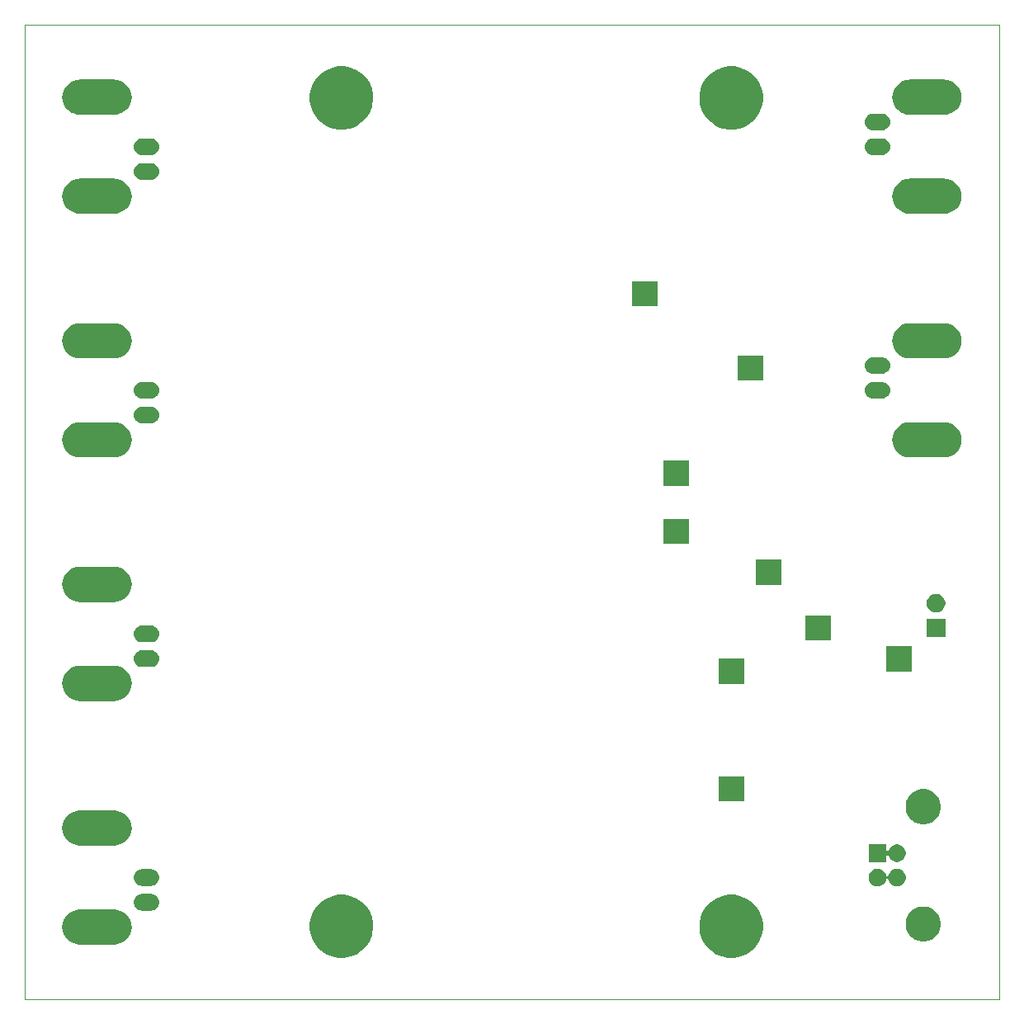
<source format=gbr>
%TF.GenerationSoftware,KiCad,Pcbnew,5.1.5*%
%TF.CreationDate,2020-04-14T20:04:17+02:00*%
%TF.ProjectId,daq_4ch_24bit,6461715f-3463-4685-9f32-346269742e6b,1.1.0*%
%TF.SameCoordinates,Original*%
%TF.FileFunction,Soldermask,Bot*%
%TF.FilePolarity,Negative*%
%FSLAX46Y46*%
G04 Gerber Fmt 4.6, Leading zero omitted, Abs format (unit mm)*
G04 Created by KiCad (PCBNEW 5.1.5) date 2020-04-14 20:04:17*
%MOMM*%
%LPD*%
G04 APERTURE LIST*
%ADD10C,0.050000*%
%ADD11C,0.100000*%
G04 APERTURE END LIST*
D10*
X150000000Y-57500000D02*
X150000000Y-157500000D01*
X50000000Y-157500000D02*
X50000000Y-57500000D01*
X50000000Y-157500000D02*
X150000000Y-157500000D01*
X50000000Y-57500000D02*
X150000000Y-57500000D01*
D11*
G36*
X123134239Y-146811467D02*
G01*
X123448282Y-146873934D01*
X124039926Y-147119001D01*
X124572392Y-147474784D01*
X125025216Y-147927608D01*
X125380999Y-148460074D01*
X125626066Y-149051718D01*
X125626066Y-149051719D01*
X125751000Y-149679803D01*
X125751000Y-150320197D01*
X125690750Y-150623092D01*
X125626066Y-150948282D01*
X125380999Y-151539926D01*
X125025216Y-152072392D01*
X124572392Y-152525216D01*
X124039926Y-152880999D01*
X123448282Y-153126066D01*
X123134239Y-153188533D01*
X122820197Y-153251000D01*
X122179803Y-153251000D01*
X121865761Y-153188533D01*
X121551718Y-153126066D01*
X120960074Y-152880999D01*
X120427608Y-152525216D01*
X119974784Y-152072392D01*
X119619001Y-151539926D01*
X119373934Y-150948282D01*
X119309250Y-150623092D01*
X119249000Y-150320197D01*
X119249000Y-149679803D01*
X119373934Y-149051719D01*
X119373934Y-149051718D01*
X119619001Y-148460074D01*
X119974784Y-147927608D01*
X120427608Y-147474784D01*
X120960074Y-147119001D01*
X121551718Y-146873934D01*
X121865761Y-146811467D01*
X122179803Y-146749000D01*
X122820197Y-146749000D01*
X123134239Y-146811467D01*
G37*
G36*
X83134239Y-146811467D02*
G01*
X83448282Y-146873934D01*
X84039926Y-147119001D01*
X84572392Y-147474784D01*
X85025216Y-147927608D01*
X85380999Y-148460074D01*
X85626066Y-149051718D01*
X85626066Y-149051719D01*
X85751000Y-149679803D01*
X85751000Y-150320197D01*
X85690750Y-150623092D01*
X85626066Y-150948282D01*
X85380999Y-151539926D01*
X85025216Y-152072392D01*
X84572392Y-152525216D01*
X84039926Y-152880999D01*
X83448282Y-153126066D01*
X83134239Y-153188533D01*
X82820197Y-153251000D01*
X82179803Y-153251000D01*
X81865761Y-153188533D01*
X81551718Y-153126066D01*
X80960074Y-152880999D01*
X80427608Y-152525216D01*
X79974784Y-152072392D01*
X79619001Y-151539926D01*
X79373934Y-150948282D01*
X79309250Y-150623092D01*
X79249000Y-150320197D01*
X79249000Y-149679803D01*
X79373934Y-149051719D01*
X79373934Y-149051718D01*
X79619001Y-148460074D01*
X79974784Y-147927608D01*
X80427608Y-147474784D01*
X80960074Y-147119001D01*
X81551718Y-146873934D01*
X81865761Y-146811467D01*
X82179803Y-146749000D01*
X82820197Y-146749000D01*
X83134239Y-146811467D01*
G37*
G36*
X59346669Y-148287686D02*
G01*
X59523058Y-148305059D01*
X59862548Y-148408042D01*
X59862550Y-148408043D01*
X60175422Y-148575277D01*
X60175424Y-148575278D01*
X60175423Y-148575278D01*
X60449661Y-148800339D01*
X60674722Y-149074577D01*
X60841958Y-149387452D01*
X60944941Y-149726942D01*
X60979714Y-150080000D01*
X60944941Y-150433058D01*
X60841958Y-150772548D01*
X60841957Y-150772550D01*
X60674723Y-151085422D01*
X60449661Y-151359661D01*
X60175422Y-151584723D01*
X59862550Y-151751957D01*
X59862548Y-151751958D01*
X59523058Y-151854941D01*
X59346669Y-151872314D01*
X59258476Y-151881000D01*
X55581524Y-151881000D01*
X55493331Y-151872314D01*
X55316942Y-151854941D01*
X54977452Y-151751958D01*
X54977450Y-151751957D01*
X54664578Y-151584723D01*
X54390339Y-151359661D01*
X54165277Y-151085422D01*
X53998043Y-150772550D01*
X53998042Y-150772548D01*
X53895059Y-150433058D01*
X53860286Y-150080000D01*
X53895059Y-149726942D01*
X53998042Y-149387452D01*
X54165278Y-149074577D01*
X54390339Y-148800339D01*
X54664577Y-148575278D01*
X54664576Y-148575278D01*
X54664578Y-148575277D01*
X54977450Y-148408043D01*
X54977452Y-148408042D01*
X55316942Y-148305059D01*
X55493331Y-148287686D01*
X55581524Y-148279000D01*
X59258476Y-148279000D01*
X59346669Y-148287686D01*
G37*
G36*
X142735331Y-148038211D02*
G01*
X143063092Y-148173974D01*
X143358070Y-148371072D01*
X143608928Y-148621930D01*
X143806026Y-148916908D01*
X143941789Y-149244669D01*
X144011000Y-149592616D01*
X144011000Y-149947384D01*
X143941789Y-150295331D01*
X143806026Y-150623092D01*
X143608928Y-150918070D01*
X143358070Y-151168928D01*
X143063092Y-151366026D01*
X142735331Y-151501789D01*
X142387384Y-151571000D01*
X142032616Y-151571000D01*
X141684669Y-151501789D01*
X141356908Y-151366026D01*
X141061930Y-151168928D01*
X140811072Y-150918070D01*
X140613974Y-150623092D01*
X140478211Y-150295331D01*
X140409000Y-149947384D01*
X140409000Y-149592616D01*
X140478211Y-149244669D01*
X140613974Y-148916908D01*
X140811072Y-148621930D01*
X141061930Y-148371072D01*
X141356908Y-148173974D01*
X141684669Y-148038211D01*
X142032616Y-147969000D01*
X142387384Y-147969000D01*
X142735331Y-148038211D01*
G37*
G36*
X63116823Y-146701313D02*
G01*
X63277242Y-146749976D01*
X63409906Y-146820886D01*
X63425078Y-146828996D01*
X63554659Y-146935341D01*
X63661004Y-147064922D01*
X63661005Y-147064924D01*
X63740024Y-147212758D01*
X63788687Y-147373177D01*
X63805117Y-147540000D01*
X63788687Y-147706823D01*
X63740024Y-147867242D01*
X63707757Y-147927609D01*
X63661004Y-148015078D01*
X63554659Y-148144659D01*
X63425078Y-148251004D01*
X63425076Y-148251005D01*
X63277242Y-148330024D01*
X63116823Y-148378687D01*
X62991804Y-148391000D01*
X62008196Y-148391000D01*
X61883177Y-148378687D01*
X61722758Y-148330024D01*
X61574924Y-148251005D01*
X61574922Y-148251004D01*
X61445341Y-148144659D01*
X61338996Y-148015078D01*
X61292243Y-147927609D01*
X61259976Y-147867242D01*
X61211313Y-147706823D01*
X61194883Y-147540000D01*
X61211313Y-147373177D01*
X61259976Y-147212758D01*
X61338995Y-147064924D01*
X61338996Y-147064922D01*
X61445341Y-146935341D01*
X61574922Y-146828996D01*
X61590094Y-146820886D01*
X61722758Y-146749976D01*
X61883177Y-146701313D01*
X62008196Y-146689000D01*
X62991804Y-146689000D01*
X63116823Y-146701313D01*
G37*
G36*
X137613512Y-144103927D02*
G01*
X137762812Y-144133624D01*
X137926784Y-144201544D01*
X138074354Y-144300147D01*
X138199853Y-144425646D01*
X138298456Y-144573216D01*
X138366376Y-144737188D01*
X138377405Y-144792638D01*
X138384516Y-144816078D01*
X138396067Y-144837689D01*
X138411613Y-144856631D01*
X138430555Y-144872176D01*
X138452165Y-144883727D01*
X138475614Y-144890840D01*
X138500000Y-144893242D01*
X138524387Y-144890840D01*
X138547835Y-144883727D01*
X138569446Y-144872176D01*
X138588388Y-144856630D01*
X138603933Y-144837688D01*
X138615484Y-144816078D01*
X138622595Y-144792638D01*
X138633624Y-144737188D01*
X138701544Y-144573216D01*
X138800147Y-144425646D01*
X138925646Y-144300147D01*
X139073216Y-144201544D01*
X139237188Y-144133624D01*
X139386488Y-144103927D01*
X139411258Y-144099000D01*
X139588742Y-144099000D01*
X139613512Y-144103927D01*
X139762812Y-144133624D01*
X139926784Y-144201544D01*
X140074354Y-144300147D01*
X140199853Y-144425646D01*
X140298456Y-144573216D01*
X140366376Y-144737188D01*
X140401000Y-144911259D01*
X140401000Y-145088741D01*
X140366376Y-145262812D01*
X140298456Y-145426784D01*
X140199853Y-145574354D01*
X140074354Y-145699853D01*
X139926784Y-145798456D01*
X139762812Y-145866376D01*
X139613512Y-145896073D01*
X139588742Y-145901000D01*
X139411258Y-145901000D01*
X139386488Y-145896073D01*
X139237188Y-145866376D01*
X139073216Y-145798456D01*
X138925646Y-145699853D01*
X138800147Y-145574354D01*
X138701544Y-145426784D01*
X138633624Y-145262812D01*
X138622595Y-145207362D01*
X138615484Y-145183922D01*
X138603933Y-145162311D01*
X138588387Y-145143369D01*
X138569445Y-145127824D01*
X138547835Y-145116273D01*
X138524386Y-145109160D01*
X138500000Y-145106758D01*
X138475613Y-145109160D01*
X138452165Y-145116273D01*
X138430554Y-145127824D01*
X138411612Y-145143370D01*
X138396067Y-145162312D01*
X138384516Y-145183922D01*
X138377405Y-145207362D01*
X138366376Y-145262812D01*
X138298456Y-145426784D01*
X138199853Y-145574354D01*
X138074354Y-145699853D01*
X137926784Y-145798456D01*
X137762812Y-145866376D01*
X137613512Y-145896073D01*
X137588742Y-145901000D01*
X137411258Y-145901000D01*
X137386488Y-145896073D01*
X137237188Y-145866376D01*
X137073216Y-145798456D01*
X136925646Y-145699853D01*
X136800147Y-145574354D01*
X136701544Y-145426784D01*
X136633624Y-145262812D01*
X136599000Y-145088741D01*
X136599000Y-144911259D01*
X136633624Y-144737188D01*
X136701544Y-144573216D01*
X136800147Y-144425646D01*
X136925646Y-144300147D01*
X137073216Y-144201544D01*
X137237188Y-144133624D01*
X137386488Y-144103927D01*
X137411258Y-144099000D01*
X137588742Y-144099000D01*
X137613512Y-144103927D01*
G37*
G36*
X63116823Y-144161313D02*
G01*
X63277242Y-144209976D01*
X63409906Y-144280886D01*
X63425078Y-144288996D01*
X63554659Y-144395341D01*
X63661004Y-144524922D01*
X63661005Y-144524924D01*
X63740024Y-144672758D01*
X63788687Y-144833177D01*
X63805117Y-145000000D01*
X63788687Y-145166823D01*
X63740024Y-145327242D01*
X63669114Y-145459906D01*
X63661004Y-145475078D01*
X63554659Y-145604659D01*
X63425078Y-145711004D01*
X63425076Y-145711005D01*
X63277242Y-145790024D01*
X63116823Y-145838687D01*
X62991804Y-145851000D01*
X62008196Y-145851000D01*
X61883177Y-145838687D01*
X61722758Y-145790024D01*
X61574924Y-145711005D01*
X61574922Y-145711004D01*
X61445341Y-145604659D01*
X61338996Y-145475078D01*
X61330886Y-145459906D01*
X61259976Y-145327242D01*
X61211313Y-145166823D01*
X61194883Y-145000000D01*
X61211313Y-144833177D01*
X61259976Y-144672758D01*
X61338995Y-144524924D01*
X61338996Y-144524922D01*
X61445341Y-144395341D01*
X61574922Y-144288996D01*
X61590094Y-144280886D01*
X61722758Y-144209976D01*
X61883177Y-144161313D01*
X62008196Y-144149000D01*
X62991804Y-144149000D01*
X63116823Y-144161313D01*
G37*
G36*
X138401000Y-142170383D02*
G01*
X138403402Y-142194769D01*
X138410515Y-142218218D01*
X138422066Y-142239829D01*
X138437611Y-142258771D01*
X138456553Y-142274316D01*
X138478164Y-142285867D01*
X138501613Y-142292980D01*
X138525999Y-142295382D01*
X138550385Y-142292980D01*
X138573834Y-142285867D01*
X138595445Y-142274316D01*
X138614387Y-142258771D01*
X138629932Y-142239829D01*
X138641477Y-142218229D01*
X138701544Y-142073216D01*
X138800147Y-141925646D01*
X138925646Y-141800147D01*
X139073216Y-141701544D01*
X139237188Y-141633624D01*
X139386488Y-141603927D01*
X139411258Y-141599000D01*
X139588742Y-141599000D01*
X139613512Y-141603927D01*
X139762812Y-141633624D01*
X139926784Y-141701544D01*
X140074354Y-141800147D01*
X140199853Y-141925646D01*
X140298456Y-142073216D01*
X140366376Y-142237188D01*
X140401000Y-142411259D01*
X140401000Y-142588741D01*
X140366376Y-142762812D01*
X140298456Y-142926784D01*
X140199853Y-143074354D01*
X140074354Y-143199853D01*
X139926784Y-143298456D01*
X139762812Y-143366376D01*
X139613512Y-143396073D01*
X139588742Y-143401000D01*
X139411258Y-143401000D01*
X139386488Y-143396073D01*
X139237188Y-143366376D01*
X139073216Y-143298456D01*
X138925646Y-143199853D01*
X138800147Y-143074354D01*
X138701544Y-142926784D01*
X138641477Y-142781771D01*
X138629932Y-142760171D01*
X138614387Y-142741229D01*
X138595445Y-142725684D01*
X138573834Y-142714133D01*
X138550385Y-142707020D01*
X138525999Y-142704618D01*
X138501613Y-142707020D01*
X138478164Y-142714133D01*
X138456553Y-142725684D01*
X138437611Y-142741229D01*
X138422066Y-142760171D01*
X138410515Y-142781782D01*
X138403402Y-142805231D01*
X138401000Y-142829617D01*
X138401000Y-143401000D01*
X136599000Y-143401000D01*
X136599000Y-141599000D01*
X138401000Y-141599000D01*
X138401000Y-142170383D01*
G37*
G36*
X59346669Y-138127686D02*
G01*
X59523058Y-138145059D01*
X59862548Y-138248042D01*
X59862550Y-138248043D01*
X60175422Y-138415277D01*
X60449661Y-138640339D01*
X60674722Y-138914577D01*
X60841958Y-139227452D01*
X60944941Y-139566942D01*
X60979714Y-139920000D01*
X60944941Y-140273058D01*
X60841958Y-140612548D01*
X60841957Y-140612550D01*
X60674723Y-140925422D01*
X60449661Y-141199661D01*
X60175422Y-141424723D01*
X59862550Y-141591957D01*
X59862548Y-141591958D01*
X59523058Y-141694941D01*
X59346669Y-141712314D01*
X59258476Y-141721000D01*
X55581524Y-141721000D01*
X55493331Y-141712314D01*
X55316942Y-141694941D01*
X54977452Y-141591958D01*
X54977450Y-141591957D01*
X54664578Y-141424723D01*
X54390339Y-141199661D01*
X54165277Y-140925422D01*
X53998043Y-140612550D01*
X53998042Y-140612548D01*
X53895059Y-140273058D01*
X53860286Y-139920000D01*
X53895059Y-139566942D01*
X53998042Y-139227452D01*
X54165278Y-138914577D01*
X54390339Y-138640339D01*
X54664578Y-138415277D01*
X54977450Y-138248043D01*
X54977452Y-138248042D01*
X55316942Y-138145059D01*
X55493331Y-138127686D01*
X55581524Y-138119000D01*
X59258476Y-138119000D01*
X59346669Y-138127686D01*
G37*
G36*
X142735331Y-135998211D02*
G01*
X143063092Y-136133974D01*
X143358070Y-136331072D01*
X143608928Y-136581930D01*
X143806026Y-136876908D01*
X143941789Y-137204669D01*
X144011000Y-137552616D01*
X144011000Y-137907384D01*
X143941789Y-138255331D01*
X143806026Y-138583092D01*
X143608928Y-138878070D01*
X143358070Y-139128928D01*
X143063092Y-139326026D01*
X142735331Y-139461789D01*
X142387384Y-139531000D01*
X142032616Y-139531000D01*
X141684669Y-139461789D01*
X141356908Y-139326026D01*
X141061930Y-139128928D01*
X140811072Y-138878070D01*
X140613974Y-138583092D01*
X140478211Y-138255331D01*
X140409000Y-137907384D01*
X140409000Y-137552616D01*
X140478211Y-137204669D01*
X140613974Y-136876908D01*
X140811072Y-136581930D01*
X141061930Y-136331072D01*
X141356908Y-136133974D01*
X141684669Y-135998211D01*
X142032616Y-135929000D01*
X142387384Y-135929000D01*
X142735331Y-135998211D01*
G37*
G36*
X123856000Y-137191000D02*
G01*
X121254000Y-137191000D01*
X121254000Y-134589000D01*
X123856000Y-134589000D01*
X123856000Y-137191000D01*
G37*
G36*
X59346669Y-123287686D02*
G01*
X59523058Y-123305059D01*
X59862548Y-123408042D01*
X59862550Y-123408043D01*
X60175422Y-123575277D01*
X60175424Y-123575278D01*
X60175423Y-123575278D01*
X60449661Y-123800339D01*
X60674722Y-124074577D01*
X60841958Y-124387452D01*
X60944941Y-124726942D01*
X60979714Y-125080000D01*
X60944941Y-125433058D01*
X60841958Y-125772548D01*
X60841957Y-125772550D01*
X60674723Y-126085422D01*
X60449661Y-126359661D01*
X60175422Y-126584723D01*
X59862550Y-126751957D01*
X59862548Y-126751958D01*
X59523058Y-126854941D01*
X59346669Y-126872314D01*
X59258476Y-126881000D01*
X55581524Y-126881000D01*
X55493331Y-126872314D01*
X55316942Y-126854941D01*
X54977452Y-126751958D01*
X54977450Y-126751957D01*
X54664578Y-126584723D01*
X54390339Y-126359661D01*
X54165277Y-126085422D01*
X53998043Y-125772550D01*
X53998042Y-125772548D01*
X53895059Y-125433058D01*
X53860286Y-125080000D01*
X53895059Y-124726942D01*
X53998042Y-124387452D01*
X54165278Y-124074577D01*
X54390339Y-123800339D01*
X54664577Y-123575278D01*
X54664576Y-123575278D01*
X54664578Y-123575277D01*
X54977450Y-123408043D01*
X54977452Y-123408042D01*
X55316942Y-123305059D01*
X55493331Y-123287686D01*
X55581524Y-123279000D01*
X59258476Y-123279000D01*
X59346669Y-123287686D01*
G37*
G36*
X123856000Y-125126000D02*
G01*
X121254000Y-125126000D01*
X121254000Y-122524000D01*
X123856000Y-122524000D01*
X123856000Y-125126000D01*
G37*
G36*
X141001000Y-123856000D02*
G01*
X138399000Y-123856000D01*
X138399000Y-121254000D01*
X141001000Y-121254000D01*
X141001000Y-123856000D01*
G37*
G36*
X63116823Y-121701313D02*
G01*
X63277242Y-121749976D01*
X63409906Y-121820886D01*
X63425078Y-121828996D01*
X63554659Y-121935341D01*
X63661004Y-122064922D01*
X63661005Y-122064924D01*
X63740024Y-122212758D01*
X63788687Y-122373177D01*
X63805117Y-122540000D01*
X63788687Y-122706823D01*
X63740024Y-122867242D01*
X63669114Y-122999906D01*
X63661004Y-123015078D01*
X63554659Y-123144659D01*
X63425078Y-123251004D01*
X63425076Y-123251005D01*
X63277242Y-123330024D01*
X63116823Y-123378687D01*
X62991804Y-123391000D01*
X62008196Y-123391000D01*
X61883177Y-123378687D01*
X61722758Y-123330024D01*
X61574924Y-123251005D01*
X61574922Y-123251004D01*
X61445341Y-123144659D01*
X61338996Y-123015078D01*
X61330886Y-122999906D01*
X61259976Y-122867242D01*
X61211313Y-122706823D01*
X61194883Y-122540000D01*
X61211313Y-122373177D01*
X61259976Y-122212758D01*
X61338995Y-122064924D01*
X61338996Y-122064922D01*
X61445341Y-121935341D01*
X61574922Y-121828996D01*
X61590094Y-121820886D01*
X61722758Y-121749976D01*
X61883177Y-121701313D01*
X62008196Y-121689000D01*
X62991804Y-121689000D01*
X63116823Y-121701313D01*
G37*
G36*
X63116823Y-119161313D02*
G01*
X63277242Y-119209976D01*
X63409906Y-119280886D01*
X63425078Y-119288996D01*
X63554659Y-119395341D01*
X63661004Y-119524922D01*
X63661005Y-119524924D01*
X63740024Y-119672758D01*
X63788687Y-119833177D01*
X63805117Y-120000000D01*
X63788687Y-120166823D01*
X63740024Y-120327242D01*
X63738015Y-120331000D01*
X63661004Y-120475078D01*
X63554659Y-120604659D01*
X63425078Y-120711004D01*
X63425076Y-120711005D01*
X63277242Y-120790024D01*
X63116823Y-120838687D01*
X62991804Y-120851000D01*
X62008196Y-120851000D01*
X61883177Y-120838687D01*
X61722758Y-120790024D01*
X61574924Y-120711005D01*
X61574922Y-120711004D01*
X61445341Y-120604659D01*
X61338996Y-120475078D01*
X61261985Y-120331000D01*
X61259976Y-120327242D01*
X61211313Y-120166823D01*
X61194883Y-120000000D01*
X61211313Y-119833177D01*
X61259976Y-119672758D01*
X61338995Y-119524924D01*
X61338996Y-119524922D01*
X61445341Y-119395341D01*
X61574922Y-119288996D01*
X61590094Y-119280886D01*
X61722758Y-119209976D01*
X61883177Y-119161313D01*
X62008196Y-119149000D01*
X62991804Y-119149000D01*
X63116823Y-119161313D01*
G37*
G36*
X132746000Y-120681000D02*
G01*
X130144000Y-120681000D01*
X130144000Y-118079000D01*
X132746000Y-118079000D01*
X132746000Y-120681000D01*
G37*
G36*
X144461000Y-120331000D02*
G01*
X142559000Y-120331000D01*
X142559000Y-118429000D01*
X144461000Y-118429000D01*
X144461000Y-120331000D01*
G37*
G36*
X143787395Y-115925546D02*
G01*
X143960466Y-115997234D01*
X143960467Y-115997235D01*
X144116227Y-116101310D01*
X144248690Y-116233773D01*
X144248691Y-116233775D01*
X144352766Y-116389534D01*
X144424454Y-116562605D01*
X144461000Y-116746333D01*
X144461000Y-116933667D01*
X144424454Y-117117395D01*
X144352766Y-117290466D01*
X144352765Y-117290467D01*
X144248690Y-117446227D01*
X144116227Y-117578690D01*
X144037818Y-117631081D01*
X143960466Y-117682766D01*
X143787395Y-117754454D01*
X143603667Y-117791000D01*
X143416333Y-117791000D01*
X143232605Y-117754454D01*
X143059534Y-117682766D01*
X142982182Y-117631081D01*
X142903773Y-117578690D01*
X142771310Y-117446227D01*
X142667235Y-117290467D01*
X142667234Y-117290466D01*
X142595546Y-117117395D01*
X142559000Y-116933667D01*
X142559000Y-116746333D01*
X142595546Y-116562605D01*
X142667234Y-116389534D01*
X142771309Y-116233775D01*
X142771310Y-116233773D01*
X142903773Y-116101310D01*
X143059533Y-115997235D01*
X143059534Y-115997234D01*
X143232605Y-115925546D01*
X143416333Y-115889000D01*
X143603667Y-115889000D01*
X143787395Y-115925546D01*
G37*
G36*
X59346669Y-113127686D02*
G01*
X59523058Y-113145059D01*
X59862548Y-113248042D01*
X59862550Y-113248043D01*
X60175422Y-113415277D01*
X60175424Y-113415278D01*
X60175423Y-113415278D01*
X60449661Y-113640339D01*
X60674722Y-113914577D01*
X60841958Y-114227452D01*
X60944941Y-114566942D01*
X60979714Y-114920000D01*
X60944941Y-115273058D01*
X60841958Y-115612548D01*
X60841957Y-115612550D01*
X60674723Y-115925422D01*
X60449661Y-116199661D01*
X60175422Y-116424723D01*
X59862550Y-116591957D01*
X59862548Y-116591958D01*
X59523058Y-116694941D01*
X59346669Y-116712314D01*
X59258476Y-116721000D01*
X55581524Y-116721000D01*
X55493331Y-116712314D01*
X55316942Y-116694941D01*
X54977452Y-116591958D01*
X54977450Y-116591957D01*
X54664578Y-116424723D01*
X54390339Y-116199661D01*
X54165277Y-115925422D01*
X53998043Y-115612550D01*
X53998042Y-115612548D01*
X53895059Y-115273058D01*
X53860286Y-114920000D01*
X53895059Y-114566942D01*
X53998042Y-114227452D01*
X54165278Y-113914577D01*
X54390339Y-113640339D01*
X54664577Y-113415278D01*
X54664576Y-113415278D01*
X54664578Y-113415277D01*
X54977450Y-113248043D01*
X54977452Y-113248042D01*
X55316942Y-113145059D01*
X55493331Y-113127686D01*
X55581524Y-113119000D01*
X59258476Y-113119000D01*
X59346669Y-113127686D01*
G37*
G36*
X127666000Y-114966000D02*
G01*
X125064000Y-114966000D01*
X125064000Y-112364000D01*
X127666000Y-112364000D01*
X127666000Y-114966000D01*
G37*
G36*
X118141000Y-110775000D02*
G01*
X115539000Y-110775000D01*
X115539000Y-108173000D01*
X118141000Y-108173000D01*
X118141000Y-110775000D01*
G37*
G36*
X118141000Y-104806000D02*
G01*
X115539000Y-104806000D01*
X115539000Y-102204000D01*
X118141000Y-102204000D01*
X118141000Y-104806000D01*
G37*
G36*
X144506669Y-98287686D02*
G01*
X144683058Y-98305059D01*
X145022548Y-98408042D01*
X145022550Y-98408043D01*
X145335422Y-98575277D01*
X145335424Y-98575278D01*
X145335423Y-98575278D01*
X145609661Y-98800339D01*
X145834722Y-99074577D01*
X146001958Y-99387452D01*
X146104941Y-99726942D01*
X146139714Y-100080000D01*
X146104941Y-100433058D01*
X146001958Y-100772548D01*
X146001957Y-100772550D01*
X145834723Y-101085422D01*
X145609661Y-101359661D01*
X145335422Y-101584723D01*
X145022550Y-101751957D01*
X145022548Y-101751958D01*
X144683058Y-101854941D01*
X144506669Y-101872314D01*
X144418476Y-101881000D01*
X140741524Y-101881000D01*
X140653331Y-101872314D01*
X140476942Y-101854941D01*
X140137452Y-101751958D01*
X140137450Y-101751957D01*
X139824578Y-101584723D01*
X139550339Y-101359661D01*
X139325277Y-101085422D01*
X139158043Y-100772550D01*
X139158042Y-100772548D01*
X139055059Y-100433058D01*
X139020286Y-100080000D01*
X139055059Y-99726942D01*
X139158042Y-99387452D01*
X139325278Y-99074577D01*
X139550339Y-98800339D01*
X139824577Y-98575278D01*
X139824576Y-98575278D01*
X139824578Y-98575277D01*
X140137450Y-98408043D01*
X140137452Y-98408042D01*
X140476942Y-98305059D01*
X140653331Y-98287686D01*
X140741524Y-98279000D01*
X144418476Y-98279000D01*
X144506669Y-98287686D01*
G37*
G36*
X59346669Y-98287686D02*
G01*
X59523058Y-98305059D01*
X59862548Y-98408042D01*
X59862550Y-98408043D01*
X60175422Y-98575277D01*
X60175424Y-98575278D01*
X60175423Y-98575278D01*
X60449661Y-98800339D01*
X60674722Y-99074577D01*
X60841958Y-99387452D01*
X60944941Y-99726942D01*
X60979714Y-100080000D01*
X60944941Y-100433058D01*
X60841958Y-100772548D01*
X60841957Y-100772550D01*
X60674723Y-101085422D01*
X60449661Y-101359661D01*
X60175422Y-101584723D01*
X59862550Y-101751957D01*
X59862548Y-101751958D01*
X59523058Y-101854941D01*
X59346669Y-101872314D01*
X59258476Y-101881000D01*
X55581524Y-101881000D01*
X55493331Y-101872314D01*
X55316942Y-101854941D01*
X54977452Y-101751958D01*
X54977450Y-101751957D01*
X54664578Y-101584723D01*
X54390339Y-101359661D01*
X54165277Y-101085422D01*
X53998043Y-100772550D01*
X53998042Y-100772548D01*
X53895059Y-100433058D01*
X53860286Y-100080000D01*
X53895059Y-99726942D01*
X53998042Y-99387452D01*
X54165278Y-99074577D01*
X54390339Y-98800339D01*
X54664577Y-98575278D01*
X54664576Y-98575278D01*
X54664578Y-98575277D01*
X54977450Y-98408043D01*
X54977452Y-98408042D01*
X55316942Y-98305059D01*
X55493331Y-98287686D01*
X55581524Y-98279000D01*
X59258476Y-98279000D01*
X59346669Y-98287686D01*
G37*
G36*
X63116823Y-96701313D02*
G01*
X63277242Y-96749976D01*
X63409906Y-96820886D01*
X63425078Y-96828996D01*
X63554659Y-96935341D01*
X63661004Y-97064922D01*
X63661005Y-97064924D01*
X63740024Y-97212758D01*
X63788687Y-97373177D01*
X63805117Y-97540000D01*
X63788687Y-97706823D01*
X63740024Y-97867242D01*
X63669114Y-97999906D01*
X63661004Y-98015078D01*
X63554659Y-98144659D01*
X63425078Y-98251004D01*
X63425076Y-98251005D01*
X63277242Y-98330024D01*
X63116823Y-98378687D01*
X62991804Y-98391000D01*
X62008196Y-98391000D01*
X61883177Y-98378687D01*
X61722758Y-98330024D01*
X61574924Y-98251005D01*
X61574922Y-98251004D01*
X61445341Y-98144659D01*
X61338996Y-98015078D01*
X61330886Y-97999906D01*
X61259976Y-97867242D01*
X61211313Y-97706823D01*
X61194883Y-97540000D01*
X61211313Y-97373177D01*
X61259976Y-97212758D01*
X61338995Y-97064924D01*
X61338996Y-97064922D01*
X61445341Y-96935341D01*
X61574922Y-96828996D01*
X61590094Y-96820886D01*
X61722758Y-96749976D01*
X61883177Y-96701313D01*
X62008196Y-96689000D01*
X62991804Y-96689000D01*
X63116823Y-96701313D01*
G37*
G36*
X63116823Y-94161313D02*
G01*
X63277242Y-94209976D01*
X63409906Y-94280886D01*
X63425078Y-94288996D01*
X63554659Y-94395341D01*
X63661004Y-94524922D01*
X63661005Y-94524924D01*
X63740024Y-94672758D01*
X63788687Y-94833177D01*
X63805117Y-95000000D01*
X63788687Y-95166823D01*
X63740024Y-95327242D01*
X63669114Y-95459906D01*
X63661004Y-95475078D01*
X63554659Y-95604659D01*
X63425078Y-95711004D01*
X63425076Y-95711005D01*
X63277242Y-95790024D01*
X63116823Y-95838687D01*
X62991804Y-95851000D01*
X62008196Y-95851000D01*
X61883177Y-95838687D01*
X61722758Y-95790024D01*
X61574924Y-95711005D01*
X61574922Y-95711004D01*
X61445341Y-95604659D01*
X61338996Y-95475078D01*
X61330886Y-95459906D01*
X61259976Y-95327242D01*
X61211313Y-95166823D01*
X61194883Y-95000000D01*
X61211313Y-94833177D01*
X61259976Y-94672758D01*
X61338995Y-94524924D01*
X61338996Y-94524922D01*
X61445341Y-94395341D01*
X61574922Y-94288996D01*
X61590094Y-94280886D01*
X61722758Y-94209976D01*
X61883177Y-94161313D01*
X62008196Y-94149000D01*
X62991804Y-94149000D01*
X63116823Y-94161313D01*
G37*
G36*
X138116823Y-94161313D02*
G01*
X138277242Y-94209976D01*
X138409906Y-94280886D01*
X138425078Y-94288996D01*
X138554659Y-94395341D01*
X138661004Y-94524922D01*
X138661005Y-94524924D01*
X138740024Y-94672758D01*
X138788687Y-94833177D01*
X138805117Y-95000000D01*
X138788687Y-95166823D01*
X138740024Y-95327242D01*
X138669114Y-95459906D01*
X138661004Y-95475078D01*
X138554659Y-95604659D01*
X138425078Y-95711004D01*
X138425076Y-95711005D01*
X138277242Y-95790024D01*
X138116823Y-95838687D01*
X137991804Y-95851000D01*
X137008196Y-95851000D01*
X136883177Y-95838687D01*
X136722758Y-95790024D01*
X136574924Y-95711005D01*
X136574922Y-95711004D01*
X136445341Y-95604659D01*
X136338996Y-95475078D01*
X136330886Y-95459906D01*
X136259976Y-95327242D01*
X136211313Y-95166823D01*
X136194883Y-95000000D01*
X136211313Y-94833177D01*
X136259976Y-94672758D01*
X136338995Y-94524924D01*
X136338996Y-94524922D01*
X136445341Y-94395341D01*
X136574922Y-94288996D01*
X136590094Y-94280886D01*
X136722758Y-94209976D01*
X136883177Y-94161313D01*
X137008196Y-94149000D01*
X137991804Y-94149000D01*
X138116823Y-94161313D01*
G37*
G36*
X125761000Y-94011000D02*
G01*
X123159000Y-94011000D01*
X123159000Y-91409000D01*
X125761000Y-91409000D01*
X125761000Y-94011000D01*
G37*
G36*
X138116823Y-91621313D02*
G01*
X138277242Y-91669976D01*
X138372701Y-91721000D01*
X138425078Y-91748996D01*
X138554659Y-91855341D01*
X138661004Y-91984922D01*
X138661005Y-91984924D01*
X138740024Y-92132758D01*
X138788687Y-92293177D01*
X138805117Y-92460000D01*
X138788687Y-92626823D01*
X138740024Y-92787242D01*
X138669114Y-92919906D01*
X138661004Y-92935078D01*
X138554659Y-93064659D01*
X138425078Y-93171004D01*
X138425076Y-93171005D01*
X138277242Y-93250024D01*
X138116823Y-93298687D01*
X137991804Y-93311000D01*
X137008196Y-93311000D01*
X136883177Y-93298687D01*
X136722758Y-93250024D01*
X136574924Y-93171005D01*
X136574922Y-93171004D01*
X136445341Y-93064659D01*
X136338996Y-92935078D01*
X136330886Y-92919906D01*
X136259976Y-92787242D01*
X136211313Y-92626823D01*
X136194883Y-92460000D01*
X136211313Y-92293177D01*
X136259976Y-92132758D01*
X136338995Y-91984924D01*
X136338996Y-91984922D01*
X136445341Y-91855341D01*
X136574922Y-91748996D01*
X136627299Y-91721000D01*
X136722758Y-91669976D01*
X136883177Y-91621313D01*
X137008196Y-91609000D01*
X137991804Y-91609000D01*
X138116823Y-91621313D01*
G37*
G36*
X59346669Y-88127686D02*
G01*
X59523058Y-88145059D01*
X59862548Y-88248042D01*
X59862550Y-88248043D01*
X60175422Y-88415277D01*
X60175424Y-88415278D01*
X60175423Y-88415278D01*
X60449661Y-88640339D01*
X60674722Y-88914577D01*
X60841958Y-89227452D01*
X60944941Y-89566942D01*
X60979714Y-89920000D01*
X60944941Y-90273058D01*
X60841958Y-90612548D01*
X60841957Y-90612550D01*
X60674723Y-90925422D01*
X60449661Y-91199661D01*
X60175422Y-91424723D01*
X59862550Y-91591957D01*
X59862548Y-91591958D01*
X59523058Y-91694941D01*
X59346669Y-91712314D01*
X59258476Y-91721000D01*
X55581524Y-91721000D01*
X55493331Y-91712314D01*
X55316942Y-91694941D01*
X54977452Y-91591958D01*
X54977450Y-91591957D01*
X54664578Y-91424723D01*
X54390339Y-91199661D01*
X54165277Y-90925422D01*
X53998043Y-90612550D01*
X53998042Y-90612548D01*
X53895059Y-90273058D01*
X53860286Y-89920000D01*
X53895059Y-89566942D01*
X53998042Y-89227452D01*
X54165278Y-88914577D01*
X54390339Y-88640339D01*
X54664577Y-88415278D01*
X54664576Y-88415278D01*
X54664578Y-88415277D01*
X54977450Y-88248043D01*
X54977452Y-88248042D01*
X55316942Y-88145059D01*
X55493331Y-88127686D01*
X55581524Y-88119000D01*
X59258476Y-88119000D01*
X59346669Y-88127686D01*
G37*
G36*
X144506669Y-88127686D02*
G01*
X144683058Y-88145059D01*
X145022548Y-88248042D01*
X145022550Y-88248043D01*
X145335422Y-88415277D01*
X145335424Y-88415278D01*
X145335423Y-88415278D01*
X145609661Y-88640339D01*
X145834722Y-88914577D01*
X146001958Y-89227452D01*
X146104941Y-89566942D01*
X146139714Y-89920000D01*
X146104941Y-90273058D01*
X146001958Y-90612548D01*
X146001957Y-90612550D01*
X145834723Y-90925422D01*
X145609661Y-91199661D01*
X145335422Y-91424723D01*
X145022550Y-91591957D01*
X145022548Y-91591958D01*
X144683058Y-91694941D01*
X144506669Y-91712314D01*
X144418476Y-91721000D01*
X140741524Y-91721000D01*
X140653331Y-91712314D01*
X140476942Y-91694941D01*
X140137452Y-91591958D01*
X140137450Y-91591957D01*
X139824578Y-91424723D01*
X139550339Y-91199661D01*
X139325277Y-90925422D01*
X139158043Y-90612550D01*
X139158042Y-90612548D01*
X139055059Y-90273058D01*
X139020286Y-89920000D01*
X139055059Y-89566942D01*
X139158042Y-89227452D01*
X139325278Y-88914577D01*
X139550339Y-88640339D01*
X139824577Y-88415278D01*
X139824576Y-88415278D01*
X139824578Y-88415277D01*
X140137450Y-88248043D01*
X140137452Y-88248042D01*
X140476942Y-88145059D01*
X140653331Y-88127686D01*
X140741524Y-88119000D01*
X144418476Y-88119000D01*
X144506669Y-88127686D01*
G37*
G36*
X114966000Y-86391000D02*
G01*
X112364000Y-86391000D01*
X112364000Y-83789000D01*
X114966000Y-83789000D01*
X114966000Y-86391000D01*
G37*
G36*
X144506669Y-73287686D02*
G01*
X144683058Y-73305059D01*
X145022548Y-73408042D01*
X145022550Y-73408043D01*
X145335422Y-73575277D01*
X145335424Y-73575278D01*
X145335423Y-73575278D01*
X145609661Y-73800339D01*
X145834722Y-74074577D01*
X146001958Y-74387452D01*
X146104941Y-74726942D01*
X146139714Y-75080000D01*
X146104941Y-75433058D01*
X146001958Y-75772548D01*
X146001957Y-75772550D01*
X145834723Y-76085422D01*
X145609661Y-76359661D01*
X145335422Y-76584723D01*
X145022550Y-76751957D01*
X145022548Y-76751958D01*
X144683058Y-76854941D01*
X144506669Y-76872314D01*
X144418476Y-76881000D01*
X140741524Y-76881000D01*
X140653331Y-76872314D01*
X140476942Y-76854941D01*
X140137452Y-76751958D01*
X140137450Y-76751957D01*
X139824578Y-76584723D01*
X139550339Y-76359661D01*
X139325277Y-76085422D01*
X139158043Y-75772550D01*
X139158042Y-75772548D01*
X139055059Y-75433058D01*
X139020286Y-75080000D01*
X139055059Y-74726942D01*
X139158042Y-74387452D01*
X139325278Y-74074577D01*
X139550339Y-73800339D01*
X139824577Y-73575278D01*
X139824576Y-73575278D01*
X139824578Y-73575277D01*
X140137450Y-73408043D01*
X140137452Y-73408042D01*
X140476942Y-73305059D01*
X140653331Y-73287686D01*
X140741524Y-73279000D01*
X144418476Y-73279000D01*
X144506669Y-73287686D01*
G37*
G36*
X59346669Y-73287686D02*
G01*
X59523058Y-73305059D01*
X59862548Y-73408042D01*
X59862550Y-73408043D01*
X60175422Y-73575277D01*
X60175424Y-73575278D01*
X60175423Y-73575278D01*
X60449661Y-73800339D01*
X60674722Y-74074577D01*
X60841958Y-74387452D01*
X60944941Y-74726942D01*
X60979714Y-75080000D01*
X60944941Y-75433058D01*
X60841958Y-75772548D01*
X60841957Y-75772550D01*
X60674723Y-76085422D01*
X60449661Y-76359661D01*
X60175422Y-76584723D01*
X59862550Y-76751957D01*
X59862548Y-76751958D01*
X59523058Y-76854941D01*
X59346669Y-76872314D01*
X59258476Y-76881000D01*
X55581524Y-76881000D01*
X55493331Y-76872314D01*
X55316942Y-76854941D01*
X54977452Y-76751958D01*
X54977450Y-76751957D01*
X54664578Y-76584723D01*
X54390339Y-76359661D01*
X54165277Y-76085422D01*
X53998043Y-75772550D01*
X53998042Y-75772548D01*
X53895059Y-75433058D01*
X53860286Y-75080000D01*
X53895059Y-74726942D01*
X53998042Y-74387452D01*
X54165278Y-74074577D01*
X54390339Y-73800339D01*
X54664577Y-73575278D01*
X54664576Y-73575278D01*
X54664578Y-73575277D01*
X54977450Y-73408043D01*
X54977452Y-73408042D01*
X55316942Y-73305059D01*
X55493331Y-73287686D01*
X55581524Y-73279000D01*
X59258476Y-73279000D01*
X59346669Y-73287686D01*
G37*
G36*
X63116823Y-71701313D02*
G01*
X63277242Y-71749976D01*
X63409906Y-71820886D01*
X63425078Y-71828996D01*
X63554659Y-71935341D01*
X63661004Y-72064922D01*
X63661005Y-72064924D01*
X63740024Y-72212758D01*
X63788687Y-72373177D01*
X63805117Y-72540000D01*
X63788687Y-72706823D01*
X63740024Y-72867242D01*
X63669114Y-72999906D01*
X63661004Y-73015078D01*
X63554659Y-73144659D01*
X63425078Y-73251004D01*
X63425076Y-73251005D01*
X63277242Y-73330024D01*
X63116823Y-73378687D01*
X62991804Y-73391000D01*
X62008196Y-73391000D01*
X61883177Y-73378687D01*
X61722758Y-73330024D01*
X61574924Y-73251005D01*
X61574922Y-73251004D01*
X61445341Y-73144659D01*
X61338996Y-73015078D01*
X61330886Y-72999906D01*
X61259976Y-72867242D01*
X61211313Y-72706823D01*
X61194883Y-72540000D01*
X61211313Y-72373177D01*
X61259976Y-72212758D01*
X61338995Y-72064924D01*
X61338996Y-72064922D01*
X61445341Y-71935341D01*
X61574922Y-71828996D01*
X61590094Y-71820886D01*
X61722758Y-71749976D01*
X61883177Y-71701313D01*
X62008196Y-71689000D01*
X62991804Y-71689000D01*
X63116823Y-71701313D01*
G37*
G36*
X63116823Y-69161313D02*
G01*
X63277242Y-69209976D01*
X63409906Y-69280886D01*
X63425078Y-69288996D01*
X63554659Y-69395341D01*
X63661004Y-69524922D01*
X63661005Y-69524924D01*
X63740024Y-69672758D01*
X63788687Y-69833177D01*
X63805117Y-70000000D01*
X63788687Y-70166823D01*
X63740024Y-70327242D01*
X63669114Y-70459906D01*
X63661004Y-70475078D01*
X63554659Y-70604659D01*
X63425078Y-70711004D01*
X63425076Y-70711005D01*
X63277242Y-70790024D01*
X63116823Y-70838687D01*
X62991804Y-70851000D01*
X62008196Y-70851000D01*
X61883177Y-70838687D01*
X61722758Y-70790024D01*
X61574924Y-70711005D01*
X61574922Y-70711004D01*
X61445341Y-70604659D01*
X61338996Y-70475078D01*
X61330886Y-70459906D01*
X61259976Y-70327242D01*
X61211313Y-70166823D01*
X61194883Y-70000000D01*
X61211313Y-69833177D01*
X61259976Y-69672758D01*
X61338995Y-69524924D01*
X61338996Y-69524922D01*
X61445341Y-69395341D01*
X61574922Y-69288996D01*
X61590094Y-69280886D01*
X61722758Y-69209976D01*
X61883177Y-69161313D01*
X62008196Y-69149000D01*
X62991804Y-69149000D01*
X63116823Y-69161313D01*
G37*
G36*
X138116823Y-69161313D02*
G01*
X138277242Y-69209976D01*
X138409906Y-69280886D01*
X138425078Y-69288996D01*
X138554659Y-69395341D01*
X138661004Y-69524922D01*
X138661005Y-69524924D01*
X138740024Y-69672758D01*
X138788687Y-69833177D01*
X138805117Y-70000000D01*
X138788687Y-70166823D01*
X138740024Y-70327242D01*
X138669114Y-70459906D01*
X138661004Y-70475078D01*
X138554659Y-70604659D01*
X138425078Y-70711004D01*
X138425076Y-70711005D01*
X138277242Y-70790024D01*
X138116823Y-70838687D01*
X137991804Y-70851000D01*
X137008196Y-70851000D01*
X136883177Y-70838687D01*
X136722758Y-70790024D01*
X136574924Y-70711005D01*
X136574922Y-70711004D01*
X136445341Y-70604659D01*
X136338996Y-70475078D01*
X136330886Y-70459906D01*
X136259976Y-70327242D01*
X136211313Y-70166823D01*
X136194883Y-70000000D01*
X136211313Y-69833177D01*
X136259976Y-69672758D01*
X136338995Y-69524924D01*
X136338996Y-69524922D01*
X136445341Y-69395341D01*
X136574922Y-69288996D01*
X136590094Y-69280886D01*
X136722758Y-69209976D01*
X136883177Y-69161313D01*
X137008196Y-69149000D01*
X137991804Y-69149000D01*
X138116823Y-69161313D01*
G37*
G36*
X138116823Y-66621313D02*
G01*
X138277242Y-66669976D01*
X138372701Y-66721000D01*
X138425078Y-66748996D01*
X138554659Y-66855341D01*
X138661004Y-66984922D01*
X138661005Y-66984924D01*
X138740024Y-67132758D01*
X138788687Y-67293177D01*
X138805117Y-67460000D01*
X138788687Y-67626823D01*
X138740024Y-67787242D01*
X138689910Y-67880999D01*
X138661004Y-67935078D01*
X138554659Y-68064659D01*
X138425078Y-68171004D01*
X138425076Y-68171005D01*
X138277242Y-68250024D01*
X138116823Y-68298687D01*
X137991804Y-68311000D01*
X137008196Y-68311000D01*
X136883177Y-68298687D01*
X136722758Y-68250024D01*
X136574924Y-68171005D01*
X136574922Y-68171004D01*
X136445341Y-68064659D01*
X136338996Y-67935078D01*
X136310090Y-67880999D01*
X136259976Y-67787242D01*
X136211313Y-67626823D01*
X136194883Y-67460000D01*
X136211313Y-67293177D01*
X136259976Y-67132758D01*
X136338995Y-66984924D01*
X136338996Y-66984922D01*
X136445341Y-66855341D01*
X136574922Y-66748996D01*
X136627299Y-66721000D01*
X136722758Y-66669976D01*
X136883177Y-66621313D01*
X137008196Y-66609000D01*
X137991804Y-66609000D01*
X138116823Y-66621313D01*
G37*
G36*
X123134239Y-61811467D02*
G01*
X123448282Y-61873934D01*
X124039926Y-62119001D01*
X124572392Y-62474784D01*
X125025216Y-62927608D01*
X125380999Y-63460074D01*
X125626066Y-64051718D01*
X125626066Y-64051719D01*
X125751000Y-64679803D01*
X125751000Y-65320197D01*
X125692848Y-65612548D01*
X125626066Y-65948282D01*
X125380999Y-66539926D01*
X125025216Y-67072392D01*
X124572392Y-67525216D01*
X124039926Y-67880999D01*
X123448282Y-68126066D01*
X123222363Y-68171004D01*
X122820197Y-68251000D01*
X122179803Y-68251000D01*
X121777637Y-68171004D01*
X121551718Y-68126066D01*
X120960074Y-67880999D01*
X120427608Y-67525216D01*
X119974784Y-67072392D01*
X119619001Y-66539926D01*
X119373934Y-65948282D01*
X119307152Y-65612548D01*
X119249000Y-65320197D01*
X119249000Y-64679803D01*
X119373934Y-64051719D01*
X119373934Y-64051718D01*
X119619001Y-63460074D01*
X119974784Y-62927608D01*
X120427608Y-62474784D01*
X120960074Y-62119001D01*
X121551718Y-61873934D01*
X121865761Y-61811467D01*
X122179803Y-61749000D01*
X122820197Y-61749000D01*
X123134239Y-61811467D01*
G37*
G36*
X83134239Y-61811467D02*
G01*
X83448282Y-61873934D01*
X84039926Y-62119001D01*
X84572392Y-62474784D01*
X85025216Y-62927608D01*
X85380999Y-63460074D01*
X85626066Y-64051718D01*
X85626066Y-64051719D01*
X85751000Y-64679803D01*
X85751000Y-65320197D01*
X85692848Y-65612548D01*
X85626066Y-65948282D01*
X85380999Y-66539926D01*
X85025216Y-67072392D01*
X84572392Y-67525216D01*
X84039926Y-67880999D01*
X83448282Y-68126066D01*
X83222363Y-68171004D01*
X82820197Y-68251000D01*
X82179803Y-68251000D01*
X81777637Y-68171004D01*
X81551718Y-68126066D01*
X80960074Y-67880999D01*
X80427608Y-67525216D01*
X79974784Y-67072392D01*
X79619001Y-66539926D01*
X79373934Y-65948282D01*
X79307152Y-65612548D01*
X79249000Y-65320197D01*
X79249000Y-64679803D01*
X79373934Y-64051719D01*
X79373934Y-64051718D01*
X79619001Y-63460074D01*
X79974784Y-62927608D01*
X80427608Y-62474784D01*
X80960074Y-62119001D01*
X81551718Y-61873934D01*
X81865761Y-61811467D01*
X82179803Y-61749000D01*
X82820197Y-61749000D01*
X83134239Y-61811467D01*
G37*
G36*
X59346669Y-63127686D02*
G01*
X59523058Y-63145059D01*
X59862548Y-63248042D01*
X59862550Y-63248043D01*
X60175422Y-63415277D01*
X60449661Y-63640339D01*
X60674723Y-63914578D01*
X60841957Y-64227450D01*
X60841958Y-64227452D01*
X60944941Y-64566942D01*
X60979714Y-64920000D01*
X60944941Y-65273058D01*
X60841958Y-65612548D01*
X60841957Y-65612550D01*
X60674723Y-65925422D01*
X60449661Y-66199661D01*
X60175422Y-66424723D01*
X59959893Y-66539926D01*
X59862548Y-66591958D01*
X59523058Y-66694941D01*
X59346669Y-66712314D01*
X59258476Y-66721000D01*
X55581524Y-66721000D01*
X55493331Y-66712314D01*
X55316942Y-66694941D01*
X54977452Y-66591958D01*
X54880107Y-66539926D01*
X54664578Y-66424723D01*
X54390339Y-66199661D01*
X54165277Y-65925422D01*
X53998043Y-65612550D01*
X53998042Y-65612548D01*
X53895059Y-65273058D01*
X53860286Y-64920000D01*
X53895059Y-64566942D01*
X53998042Y-64227452D01*
X53998043Y-64227450D01*
X54165277Y-63914578D01*
X54390339Y-63640339D01*
X54664578Y-63415277D01*
X54977450Y-63248043D01*
X54977452Y-63248042D01*
X55316942Y-63145059D01*
X55493331Y-63127686D01*
X55581524Y-63119000D01*
X59258476Y-63119000D01*
X59346669Y-63127686D01*
G37*
G36*
X144506669Y-63127686D02*
G01*
X144683058Y-63145059D01*
X145022548Y-63248042D01*
X145022550Y-63248043D01*
X145335422Y-63415277D01*
X145609661Y-63640339D01*
X145834723Y-63914578D01*
X146001957Y-64227450D01*
X146001958Y-64227452D01*
X146104941Y-64566942D01*
X146139714Y-64920000D01*
X146104941Y-65273058D01*
X146001958Y-65612548D01*
X146001957Y-65612550D01*
X145834723Y-65925422D01*
X145609661Y-66199661D01*
X145335422Y-66424723D01*
X145119893Y-66539926D01*
X145022548Y-66591958D01*
X144683058Y-66694941D01*
X144506669Y-66712314D01*
X144418476Y-66721000D01*
X140741524Y-66721000D01*
X140653331Y-66712314D01*
X140476942Y-66694941D01*
X140137452Y-66591958D01*
X140040107Y-66539926D01*
X139824578Y-66424723D01*
X139550339Y-66199661D01*
X139325277Y-65925422D01*
X139158043Y-65612550D01*
X139158042Y-65612548D01*
X139055059Y-65273058D01*
X139020286Y-64920000D01*
X139055059Y-64566942D01*
X139158042Y-64227452D01*
X139158043Y-64227450D01*
X139325277Y-63914578D01*
X139550339Y-63640339D01*
X139824578Y-63415277D01*
X140137450Y-63248043D01*
X140137452Y-63248042D01*
X140476942Y-63145059D01*
X140653331Y-63127686D01*
X140741524Y-63119000D01*
X144418476Y-63119000D01*
X144506669Y-63127686D01*
G37*
M02*

</source>
